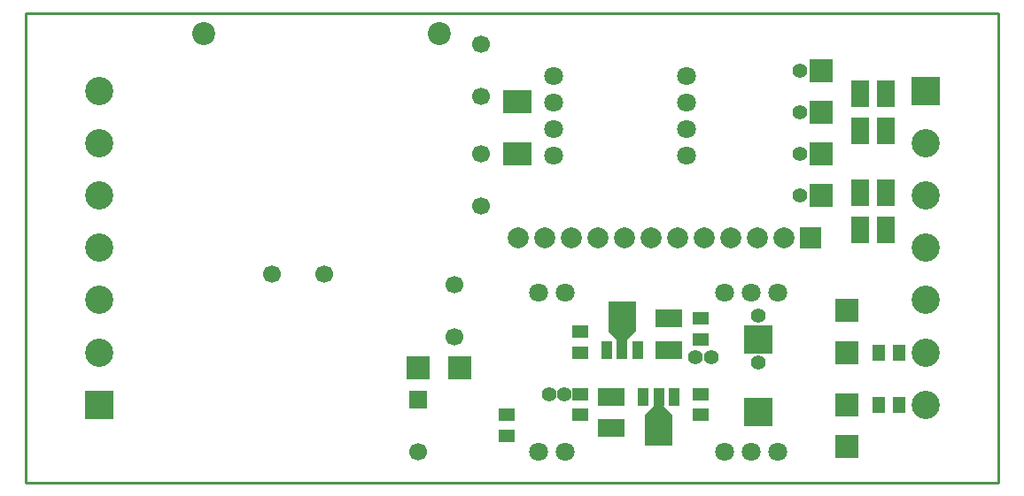
<source format=gbs>
G04 Layer_Color=16711935*
%FSLAX42Y42*%
%MOMM*%
G71*
G01*
G75*
%ADD16C,0.25*%
%ADD20C,1.80*%
%ADD36R,2.20X2.20*%
%ADD38C,2.20*%
%ADD39C,1.70*%
%ADD40C,2.00*%
%ADD41R,2.00X2.00*%
%ADD42C,2.70*%
%ADD43R,2.70X2.70*%
%ADD44R,1.70X1.70*%
%ADD45C,1.40*%
%ADD46R,1.00X1.70*%
%ADD47R,1.70X2.60*%
%ADD48R,1.20X1.60*%
%ADD49R,2.20X2.20*%
%ADD50R,2.80X2.70*%
%ADD51R,1.60X1.20*%
%ADD52R,2.60X1.80*%
%ADD53R,2.70X2.20*%
G36*
X5830Y1450D02*
X5750Y1370D01*
Y1360D01*
X5650D01*
Y1370D01*
X5570Y1450D01*
Y1740D01*
X5830D01*
Y1450D01*
D02*
G37*
G36*
X6100Y730D02*
X6180Y650D01*
Y360D01*
X5920D01*
Y650D01*
X6000Y730D01*
Y740D01*
X6100D01*
Y730D01*
D02*
G37*
D16*
X0Y0D02*
X9300D01*
Y4500D01*
X0D02*
X9300D01*
X0Y0D02*
Y4500D01*
D20*
X4904Y300D02*
D03*
X5158D02*
D03*
X7190D02*
D03*
Y1824D02*
D03*
X6682D02*
D03*
Y300D02*
D03*
X5158Y1824D02*
D03*
X4904D02*
D03*
X6936Y300D02*
D03*
Y1824D02*
D03*
X5050Y3900D02*
D03*
Y3646D02*
D03*
Y3392D02*
D03*
Y3138D02*
D03*
X6320D02*
D03*
Y3392D02*
D03*
Y3646D02*
D03*
Y3900D02*
D03*
D36*
X3750Y1100D02*
D03*
X4150D02*
D03*
D38*
X3950Y4300D02*
D03*
X1700D02*
D03*
D39*
X4350Y4200D02*
D03*
Y3700D02*
D03*
Y2650D02*
D03*
Y3150D02*
D03*
X4100Y1900D02*
D03*
Y1400D02*
D03*
X2350Y2000D02*
D03*
X2850D02*
D03*
X3750Y300D02*
D03*
D40*
X5214Y2350D02*
D03*
X4960D02*
D03*
X4706D02*
D03*
X5976D02*
D03*
X5722D02*
D03*
X5468D02*
D03*
X6230D02*
D03*
X6484D02*
D03*
X6738D02*
D03*
X6992D02*
D03*
X7246D02*
D03*
D41*
X7500D02*
D03*
D42*
X8600Y750D02*
D03*
Y1250D02*
D03*
Y1750D02*
D03*
Y2250D02*
D03*
Y3250D02*
D03*
Y2750D02*
D03*
X700Y3750D02*
D03*
Y3250D02*
D03*
Y2750D02*
D03*
Y2250D02*
D03*
Y1250D02*
D03*
Y1750D02*
D03*
D43*
X8600Y3750D02*
D03*
X700Y750D02*
D03*
D44*
X3750Y800D02*
D03*
D45*
X6550Y1200D02*
D03*
X6400D02*
D03*
X7000Y1150D02*
D03*
Y1600D02*
D03*
X5000Y850D02*
D03*
X5150D02*
D03*
X7400Y2750D02*
D03*
Y3150D02*
D03*
Y3550D02*
D03*
Y3950D02*
D03*
D46*
X5700Y1275D02*
D03*
X5550D02*
D03*
X5850D02*
D03*
X6050Y825D02*
D03*
X6200D02*
D03*
X5900D02*
D03*
D47*
X7975Y2425D02*
D03*
X8225D02*
D03*
Y2775D02*
D03*
X7975D02*
D03*
Y3375D02*
D03*
X8225D02*
D03*
Y3725D02*
D03*
X7975D02*
D03*
D48*
X8150Y750D02*
D03*
X8350D02*
D03*
X8150Y1250D02*
D03*
X8350D02*
D03*
D49*
X7850Y1650D02*
D03*
Y1250D02*
D03*
Y350D02*
D03*
Y750D02*
D03*
X7600Y3150D02*
D03*
Y2750D02*
D03*
Y3950D02*
D03*
Y3550D02*
D03*
D50*
X7000Y1375D02*
D03*
Y675D02*
D03*
D51*
X5300Y1450D02*
D03*
Y1250D02*
D03*
X6450Y850D02*
D03*
Y650D02*
D03*
X5300Y850D02*
D03*
Y650D02*
D03*
X6450Y1575D02*
D03*
Y1375D02*
D03*
X4600Y650D02*
D03*
Y450D02*
D03*
D52*
X5600Y825D02*
D03*
Y525D02*
D03*
X6150Y1575D02*
D03*
Y1275D02*
D03*
D53*
X4700Y3150D02*
D03*
Y3650D02*
D03*
M02*

</source>
